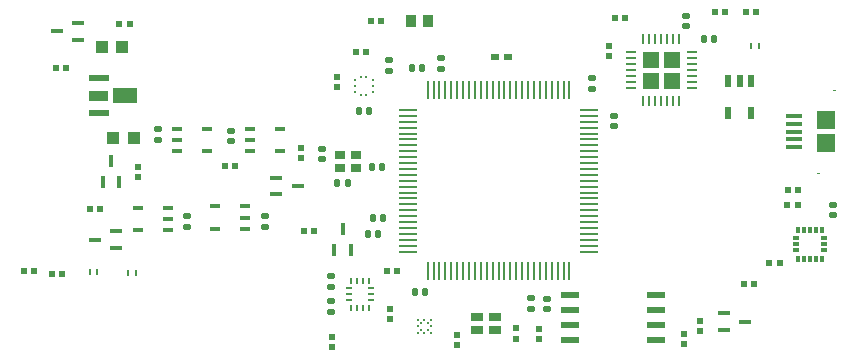
<source format=gbr>
%TF.GenerationSoftware,KiCad,Pcbnew,7.0.1*%
%TF.CreationDate,2023-06-15T13:01:31-07:00*%
%TF.ProjectId,Full-Flight-Computer,46756c6c-2d46-46c6-9967-68742d436f6d,1.0*%
%TF.SameCoordinates,Original*%
%TF.FileFunction,Paste,Top*%
%TF.FilePolarity,Positive*%
%FSLAX46Y46*%
G04 Gerber Fmt 4.6, Leading zero omitted, Abs format (unit mm)*
G04 Created by KiCad (PCBNEW 7.0.1) date 2023-06-15 13:01:31*
%MOMM*%
%LPD*%
G01*
G04 APERTURE LIST*
G04 Aperture macros list*
%AMRoundRect*
0 Rectangle with rounded corners*
0 $1 Rounding radius*
0 $2 $3 $4 $5 $6 $7 $8 $9 X,Y pos of 4 corners*
0 Add a 4 corners polygon primitive as box body*
4,1,4,$2,$3,$4,$5,$6,$7,$8,$9,$2,$3,0*
0 Add four circle primitives for the rounded corners*
1,1,$1+$1,$2,$3*
1,1,$1+$1,$4,$5*
1,1,$1+$1,$6,$7*
1,1,$1+$1,$8,$9*
0 Add four rect primitives between the rounded corners*
20,1,$1+$1,$2,$3,$4,$5,0*
20,1,$1+$1,$4,$5,$6,$7,0*
20,1,$1+$1,$6,$7,$8,$9,0*
20,1,$1+$1,$8,$9,$2,$3,0*%
G04 Aperture macros list end*
%ADD10C,0.010000*%
%ADD11C,0.000100*%
%ADD12C,0.200000*%
%ADD13RoundRect,0.075600X0.224400X0.194400X-0.224400X0.194400X-0.224400X-0.194400X0.224400X-0.194400X0*%
%ADD14R,1.524000X0.558800*%
%ADD15R,0.450800X1.111200*%
%ADD16R,1.000000X0.800000*%
%ADD17R,0.540000X0.600000*%
%ADD18RoundRect,0.075600X-0.224400X-0.194400X0.224400X-0.194400X0.224400X0.194400X-0.224400X0.194400X0*%
%ADD19R,0.600000X0.540000*%
%ADD20R,0.843000X1.000000*%
%ADD21R,0.685800X0.609600*%
%ADD22R,0.952500X0.406400*%
%ADD23RoundRect,0.075600X-0.194400X0.224400X-0.194400X-0.224400X0.194400X-0.224400X0.194400X0.224400X0*%
%ADD24R,0.280000X0.520000*%
%ADD25R,1.111200X0.450800*%
%ADD26R,1.100000X1.000000*%
%ADD27R,1.730000X0.580000*%
%ADD28RoundRect,0.075600X0.194400X-0.224400X0.194400X0.224400X-0.194400X0.224400X-0.194400X-0.224400X0*%
%ADD29R,1.560000X0.280000*%
%ADD30R,0.280000X1.560000*%
%ADD31R,0.558800X0.979300*%
%ADD32R,1.350000X0.400000*%
%ADD33R,1.550000X1.500000*%
%ADD34R,0.250000X0.275000*%
%ADD35R,0.275000X0.250000*%
%ADD36R,0.900000X0.254000*%
%ADD37R,0.254000X0.900000*%
%ADD38R,0.254000X0.482600*%
%ADD39R,0.482600X0.254000*%
%ADD40RoundRect,0.014000X-0.161000X0.251000X-0.161000X-0.251000X0.161000X-0.251000X0.161000X0.251000X0*%
%ADD41RoundRect,0.014000X-0.251000X-0.161000X0.251000X-0.161000X0.251000X0.161000X-0.251000X0.161000X0*%
%ADD42R,0.850000X0.750000*%
G04 APERTURE END LIST*
%TO.C,U2*%
D10*
X105121200Y-79856600D02*
X103621200Y-79856600D01*
X103621200Y-79096600D01*
X105121200Y-79096600D01*
X105121200Y-79856600D01*
G36*
X105121200Y-79856600D02*
G01*
X103621200Y-79856600D01*
X103621200Y-79096600D01*
X105121200Y-79096600D01*
X105121200Y-79856600D01*
G37*
X107596200Y-80086600D02*
X105676200Y-80086600D01*
X105676200Y-78866600D01*
X107596200Y-78866600D01*
X107596200Y-80086600D01*
G36*
X107596200Y-80086600D02*
G01*
X105676200Y-80086600D01*
X105676200Y-78866600D01*
X107596200Y-78866600D01*
X107596200Y-80086600D01*
G37*
D11*
%TO.C,P6*%
X165256500Y-86050000D02*
X165426500Y-86050000D01*
X166796500Y-79050000D02*
X166626500Y-79050000D01*
%TO.C,U8*%
D10*
X153570920Y-77093800D02*
X152318400Y-77093800D01*
X152318400Y-75841280D01*
X153570920Y-75841280D01*
X153570920Y-77093800D01*
G36*
X153570920Y-77093800D02*
G01*
X152318400Y-77093800D01*
X152318400Y-75841280D01*
X153570920Y-75841280D01*
X153570920Y-77093800D01*
G37*
X153570880Y-78843800D02*
X152318400Y-78843800D01*
X152318400Y-77594213D01*
X153570880Y-77594213D01*
X153570880Y-78843800D01*
G36*
X153570880Y-78843800D02*
G01*
X152318400Y-78843800D01*
X152318400Y-77594213D01*
X153570880Y-77594213D01*
X153570880Y-78843800D01*
G37*
X151818338Y-78843800D02*
X150568400Y-78843800D01*
X150568400Y-77593862D01*
X151818338Y-77593862D01*
X151818338Y-78843800D01*
G36*
X151818338Y-78843800D02*
G01*
X150568400Y-78843800D01*
X150568400Y-77593862D01*
X151818338Y-77593862D01*
X151818338Y-78843800D01*
G37*
X151817944Y-77093800D02*
X150568400Y-77093800D01*
X150568400Y-75841070D01*
X151817944Y-75841070D01*
X151817944Y-77093800D01*
G36*
X151817944Y-77093800D02*
G01*
X150568400Y-77093800D01*
X150568400Y-75841070D01*
X151817944Y-75841070D01*
X151817944Y-77093800D01*
G37*
%TD*%
D12*
%TO.C,U4*%
X131458550Y-98484400D03*
X132024550Y-98484400D03*
X132590550Y-98484400D03*
X131741550Y-98767400D03*
X132307550Y-98767400D03*
X131458550Y-99050400D03*
X132590550Y-99050400D03*
X131741550Y-99333400D03*
X132307550Y-99333400D03*
X131458550Y-99616400D03*
X132024550Y-99616400D03*
X132590550Y-99616400D03*
%TD*%
D13*
%TO.C,C7*%
X146202400Y-78056000D03*
X146202400Y-78916000D03*
%TD*%
D14*
%TO.C,U7*%
X144335500Y-96399550D03*
X144335500Y-97669550D03*
X144335500Y-98939550D03*
X144335500Y-100209550D03*
X151625300Y-100209550D03*
X151625300Y-98939550D03*
X151625300Y-97669550D03*
X151625300Y-96399550D03*
%TD*%
D15*
%TO.C,Q10*%
X104786199Y-86853601D03*
X106186201Y-86853601D03*
X105486200Y-85053600D03*
%TD*%
D16*
%TO.C,D1*%
X136493900Y-98230600D03*
X137993900Y-98230600D03*
X137993900Y-99330600D03*
X136493900Y-99330600D03*
%TD*%
D17*
%TO.C,R17*%
X122707600Y-91008200D03*
X121843600Y-91008200D03*
%TD*%
D18*
%TO.C,C23*%
X109448600Y-82374000D03*
X109448600Y-83234000D03*
%TD*%
D13*
%TO.C,C21*%
X118516400Y-90600000D03*
X118516400Y-89740000D03*
%TD*%
D17*
%TO.C,R5*%
X156590800Y-72415400D03*
X157454800Y-72415400D03*
%TD*%
D19*
%TO.C,R28*%
X107772200Y-86411000D03*
X107772200Y-85547000D03*
%TD*%
%TO.C,R8*%
X129108200Y-97586600D03*
X129108200Y-98450600D03*
%TD*%
D20*
%TO.C,D5*%
X130926700Y-73228200D03*
X132369700Y-73228200D03*
%TD*%
D21*
%TO.C,J1*%
X139090400Y-76200000D03*
X137972800Y-76200000D03*
%TD*%
D17*
%TO.C,R20*%
X98094600Y-94386400D03*
X98958600Y-94386400D03*
%TD*%
D22*
%TO.C,Q4*%
X111093250Y-82311199D03*
X111093250Y-83261200D03*
X111093250Y-84211201D03*
X113645950Y-84211201D03*
X113645950Y-82311199D03*
%TD*%
D23*
%TO.C,C3*%
X132103600Y-96164400D03*
X131243600Y-96164400D03*
%TD*%
D17*
%TO.C,R23*%
X163677800Y-87477600D03*
X162813800Y-87477600D03*
%TD*%
D18*
%TO.C,C12*%
X123367800Y-84025000D03*
X123367800Y-84885000D03*
%TD*%
D17*
%TO.C,R9*%
X159105400Y-95453200D03*
X159969400Y-95453200D03*
%TD*%
%TO.C,R16*%
X100456800Y-94615000D03*
X101320800Y-94615000D03*
%TD*%
D13*
%TO.C,C19*%
X166649400Y-88749400D03*
X166649400Y-89609400D03*
%TD*%
D17*
%TO.C,R7*%
X128828600Y-94335600D03*
X129692600Y-94335600D03*
%TD*%
D24*
%TO.C,D4*%
X103688000Y-94462600D03*
X104338000Y-94462600D03*
%TD*%
D13*
%TO.C,C1*%
X133426200Y-77214200D03*
X133426200Y-76354200D03*
%TD*%
D19*
%TO.C,R13*%
X124231400Y-99948800D03*
X124231400Y-100812800D03*
%TD*%
%TO.C,R24*%
X154025600Y-99669400D03*
X154025600Y-100533400D03*
%TD*%
D17*
%TO.C,R15*%
X107061200Y-73406000D03*
X106197200Y-73406000D03*
%TD*%
D25*
%TO.C,Q8*%
X105903601Y-92394001D03*
X105903601Y-90993999D03*
X104103600Y-91694000D03*
%TD*%
D18*
%TO.C,C15*%
X124155200Y-94820000D03*
X124155200Y-95680000D03*
%TD*%
D19*
%TO.C,R21*%
X155346400Y-99466600D03*
X155346400Y-98602600D03*
%TD*%
D26*
%TO.C,C11*%
X105703000Y-83058000D03*
X107403000Y-83058000D03*
%TD*%
D22*
%TO.C,Q1*%
X110293150Y-90891401D03*
X110293150Y-89941400D03*
X110293150Y-88991399D03*
X107740450Y-88991399D03*
X107740450Y-90891401D03*
%TD*%
D24*
%TO.C,D2*%
X107614600Y-94488000D03*
X106964600Y-94488000D03*
%TD*%
D27*
%TO.C,U2*%
X104486200Y-77976600D03*
X104486200Y-80976600D03*
%TD*%
D28*
%TO.C,C25*%
X155729200Y-74726800D03*
X156589200Y-74726800D03*
%TD*%
D19*
%TO.C,R27*%
X147675600Y-76174800D03*
X147675600Y-75310800D03*
%TD*%
D29*
%TO.C,U1*%
X130626100Y-80715600D03*
X130626100Y-81215600D03*
X130626100Y-81715600D03*
X130626100Y-82215600D03*
X130626100Y-82715600D03*
X130626100Y-83215600D03*
X130626100Y-83715600D03*
X130626100Y-84215600D03*
X130626100Y-84715600D03*
X130626100Y-85215600D03*
X130626100Y-85715600D03*
X130626100Y-86215600D03*
X130626100Y-86715600D03*
X130626100Y-87215600D03*
X130626100Y-87715600D03*
X130626100Y-88215600D03*
X130626100Y-88715600D03*
X130626100Y-89215600D03*
X130626100Y-89715600D03*
X130626100Y-90215600D03*
X130626100Y-90715600D03*
X130626100Y-91215600D03*
X130626100Y-91715600D03*
X130626100Y-92215600D03*
X130626100Y-92715600D03*
D30*
X132306100Y-94395600D03*
X132806100Y-94395600D03*
X133306100Y-94395600D03*
X133806100Y-94395600D03*
X134306100Y-94395600D03*
X134806100Y-94395600D03*
X135306100Y-94395600D03*
X135806100Y-94395600D03*
X136306100Y-94395600D03*
X136806100Y-94395600D03*
X137306100Y-94395600D03*
X137806100Y-94395600D03*
X138306100Y-94395600D03*
X138806100Y-94395600D03*
X139306100Y-94395600D03*
X139806100Y-94395600D03*
X140306100Y-94395600D03*
X140806100Y-94395600D03*
X141306100Y-94395600D03*
X141806100Y-94395600D03*
X142306100Y-94395600D03*
X142806100Y-94395600D03*
X143306100Y-94395600D03*
X143806100Y-94395600D03*
X144306100Y-94395600D03*
D29*
X145986100Y-92715600D03*
X145986100Y-92215600D03*
X145986100Y-91715600D03*
X145986100Y-91215600D03*
X145986100Y-90715600D03*
X145986100Y-90215600D03*
X145986100Y-89715600D03*
X145986100Y-89215600D03*
X145986100Y-88715600D03*
X145986100Y-88215600D03*
X145986100Y-87715600D03*
X145986100Y-87215600D03*
X145986100Y-86715600D03*
X145986100Y-86215600D03*
X145986100Y-85715600D03*
X145986100Y-85215600D03*
X145986100Y-84715600D03*
X145986100Y-84215600D03*
X145986100Y-83715600D03*
X145986100Y-83215600D03*
X145986100Y-82715600D03*
X145986100Y-82215600D03*
X145986100Y-81715600D03*
X145986100Y-81215600D03*
X145986100Y-80715600D03*
D30*
X144306100Y-79035600D03*
X143806100Y-79035600D03*
X143306100Y-79035600D03*
X142806100Y-79035600D03*
X142306100Y-79035600D03*
X141806100Y-79035600D03*
X141306100Y-79035600D03*
X140806100Y-79035600D03*
X140306100Y-79035600D03*
X139806100Y-79035600D03*
X139306100Y-79035600D03*
X138806100Y-79035600D03*
X138306100Y-79035600D03*
X137806100Y-79035600D03*
X137306100Y-79035600D03*
X136806100Y-79035600D03*
X136306100Y-79035600D03*
X135806100Y-79035600D03*
X135306100Y-79035600D03*
X134806100Y-79035600D03*
X134306100Y-79035600D03*
X133806100Y-79035600D03*
X133306100Y-79035600D03*
X132806100Y-79035600D03*
X132306100Y-79035600D03*
%TD*%
D26*
%TO.C,C13*%
X104763200Y-75387200D03*
X106463200Y-75387200D03*
%TD*%
D23*
%TO.C,C2*%
X128420600Y-85572600D03*
X127560600Y-85572600D03*
%TD*%
D19*
%TO.C,R2*%
X141706600Y-99237600D03*
X141706600Y-100101600D03*
%TD*%
D17*
%TO.C,R22*%
X162763000Y-88798400D03*
X163627000Y-88798400D03*
%TD*%
D18*
%TO.C,C5*%
X142367000Y-96699600D03*
X142367000Y-97559600D03*
%TD*%
D31*
%TO.C,D6*%
X159674601Y-78237652D03*
X158724600Y-78237652D03*
X157774599Y-78237652D03*
X157774599Y-80969548D03*
X159674601Y-80969548D03*
%TD*%
D17*
%TO.C,R6*%
X128371800Y-73177400D03*
X127507800Y-73177400D03*
%TD*%
D32*
%TO.C,P6*%
X163326500Y-83850000D03*
X163326500Y-83200000D03*
X163326500Y-82550000D03*
X163326500Y-81900000D03*
X163326500Y-81250000D03*
D33*
X166026500Y-83550000D03*
X166026500Y-81550000D03*
%TD*%
D23*
%TO.C,C10*%
X128141200Y-91186000D03*
X127281200Y-91186000D03*
%TD*%
%TO.C,C14*%
X125525000Y-86918800D03*
X124665000Y-86918800D03*
%TD*%
D25*
%TO.C,Q9*%
X157367399Y-97953599D03*
X157367399Y-99353601D03*
X159167400Y-98653600D03*
%TD*%
D19*
%TO.C,R3*%
X134747000Y-99745600D03*
X134747000Y-100609600D03*
%TD*%
D18*
%TO.C,C22*%
X115620800Y-82501000D03*
X115620800Y-83361000D03*
%TD*%
D25*
%TO.C,Q7*%
X102728601Y-74766401D03*
X102728601Y-73366399D03*
X100928600Y-74066400D03*
%TD*%
D34*
%TO.C,U5*%
X127123500Y-77901300D03*
X126623500Y-77901300D03*
D35*
X126111000Y-78163800D03*
X126111000Y-78663800D03*
X126111000Y-79163800D03*
D34*
X126623500Y-79426300D03*
X127123500Y-79426300D03*
D35*
X127636000Y-79163800D03*
X127636000Y-78663800D03*
X127636000Y-78163800D03*
%TD*%
D36*
%TO.C,U8*%
X154658400Y-78843800D03*
X154658400Y-78343800D03*
X154658400Y-77843800D03*
X154658400Y-77343800D03*
X154658400Y-76843800D03*
X154658400Y-76343800D03*
X154658400Y-75843800D03*
D37*
X153568400Y-74753800D03*
X153068400Y-74753800D03*
X152568400Y-74753800D03*
X152068400Y-74753800D03*
X151568400Y-74753800D03*
X151068400Y-74753800D03*
X150568400Y-74753800D03*
D36*
X149478400Y-75843800D03*
X149478400Y-76343800D03*
X149478400Y-76843800D03*
X149478400Y-77343800D03*
X149478400Y-77843800D03*
X149478400Y-78343800D03*
X149478400Y-78843800D03*
D37*
X150568400Y-79933800D03*
X151068400Y-79933800D03*
X151568400Y-79933800D03*
X152068400Y-79933800D03*
X152568400Y-79933800D03*
X153068400Y-79933800D03*
X153568400Y-79933800D03*
%TD*%
D23*
%TO.C,C6*%
X131798800Y-77190600D03*
X130938800Y-77190600D03*
%TD*%
D17*
%TO.C,R25*%
X104572000Y-89128600D03*
X103708000Y-89128600D03*
%TD*%
D38*
%TO.C,U3*%
X127318201Y-95163609D03*
X126818200Y-95163609D03*
X126318200Y-95163609D03*
X125818199Y-95163609D03*
D39*
X125653800Y-95819310D03*
X125653800Y-96319309D03*
X125653800Y-96819308D03*
D38*
X125818199Y-97475009D03*
X126318200Y-97475009D03*
X126818200Y-97475009D03*
X127318201Y-97475009D03*
D39*
X127482600Y-96819308D03*
X127482600Y-96319309D03*
X127482600Y-95819310D03*
%TD*%
D17*
%TO.C,R4*%
X160121800Y-72440800D03*
X159257800Y-72440800D03*
%TD*%
%TO.C,R26*%
X148183400Y-72948800D03*
X149047400Y-72948800D03*
%TD*%
D22*
%TO.C,Q3*%
X117290850Y-82336599D03*
X117290850Y-83286600D03*
X117290850Y-84236601D03*
X119843550Y-84236601D03*
X119843550Y-82336599D03*
%TD*%
D28*
%TO.C,C18*%
X126468400Y-80822800D03*
X127328400Y-80822800D03*
%TD*%
D13*
%TO.C,C17*%
X129006600Y-77392000D03*
X129006600Y-76532000D03*
%TD*%
D19*
%TO.C,R1*%
X139776200Y-100076200D03*
X139776200Y-99212200D03*
%TD*%
D13*
%TO.C,C9*%
X148107400Y-82091000D03*
X148107400Y-81231000D03*
%TD*%
D25*
%TO.C,Q6*%
X119495999Y-86472799D03*
X119495999Y-87872801D03*
X121296000Y-87172800D03*
%TD*%
D13*
%TO.C,C24*%
X154203400Y-73607400D03*
X154203400Y-72747400D03*
%TD*%
D19*
%TO.C,R18*%
X121564400Y-84810800D03*
X121564400Y-83946800D03*
%TD*%
D22*
%TO.C,Q2*%
X116846350Y-90789801D03*
X116846350Y-89839800D03*
X116846350Y-88889799D03*
X114293650Y-88889799D03*
X114293650Y-90789801D03*
%TD*%
D13*
%TO.C,C20*%
X111887000Y-90600000D03*
X111887000Y-89740000D03*
%TD*%
D40*
%TO.C,U6*%
X165668200Y-90880400D03*
X165168200Y-90880400D03*
X164668200Y-90880400D03*
X164168200Y-90880400D03*
X163668200Y-90880400D03*
D41*
X163448200Y-91600400D03*
X163448200Y-92100400D03*
X163448200Y-92600400D03*
D40*
X163668200Y-93320400D03*
X164168200Y-93320400D03*
X164668200Y-93320400D03*
X165168200Y-93320400D03*
X165668200Y-93320400D03*
D41*
X165888200Y-92600400D03*
X165888200Y-92100400D03*
X165888200Y-91600400D03*
%TD*%
D17*
%TO.C,R11*%
X161239000Y-93675200D03*
X162103000Y-93675200D03*
%TD*%
D19*
%TO.C,R12*%
X124612400Y-77927000D03*
X124612400Y-78791000D03*
%TD*%
D17*
%TO.C,R10*%
X126238000Y-75819000D03*
X127102000Y-75819000D03*
%TD*%
D18*
%TO.C,C4*%
X141020800Y-96674200D03*
X141020800Y-97534200D03*
%TD*%
D24*
%TO.C,D3*%
X160319600Y-75285600D03*
X159669600Y-75285600D03*
%TD*%
D42*
%TO.C,Y1*%
X126227200Y-85615000D03*
X124877200Y-85615000D03*
X124877200Y-84565000D03*
X126227200Y-84565000D03*
%TD*%
D17*
%TO.C,R14*%
X116027400Y-85471000D03*
X115163400Y-85471000D03*
%TD*%
D13*
%TO.C,C16*%
X124155200Y-97788200D03*
X124155200Y-96928200D03*
%TD*%
D17*
%TO.C,R19*%
X100812400Y-77139800D03*
X101676400Y-77139800D03*
%TD*%
D23*
%TO.C,C8*%
X128547600Y-89865200D03*
X127687600Y-89865200D03*
%TD*%
D15*
%TO.C,Q5*%
X124394999Y-92619401D03*
X125795001Y-92619401D03*
X125095000Y-90819400D03*
%TD*%
M02*

</source>
